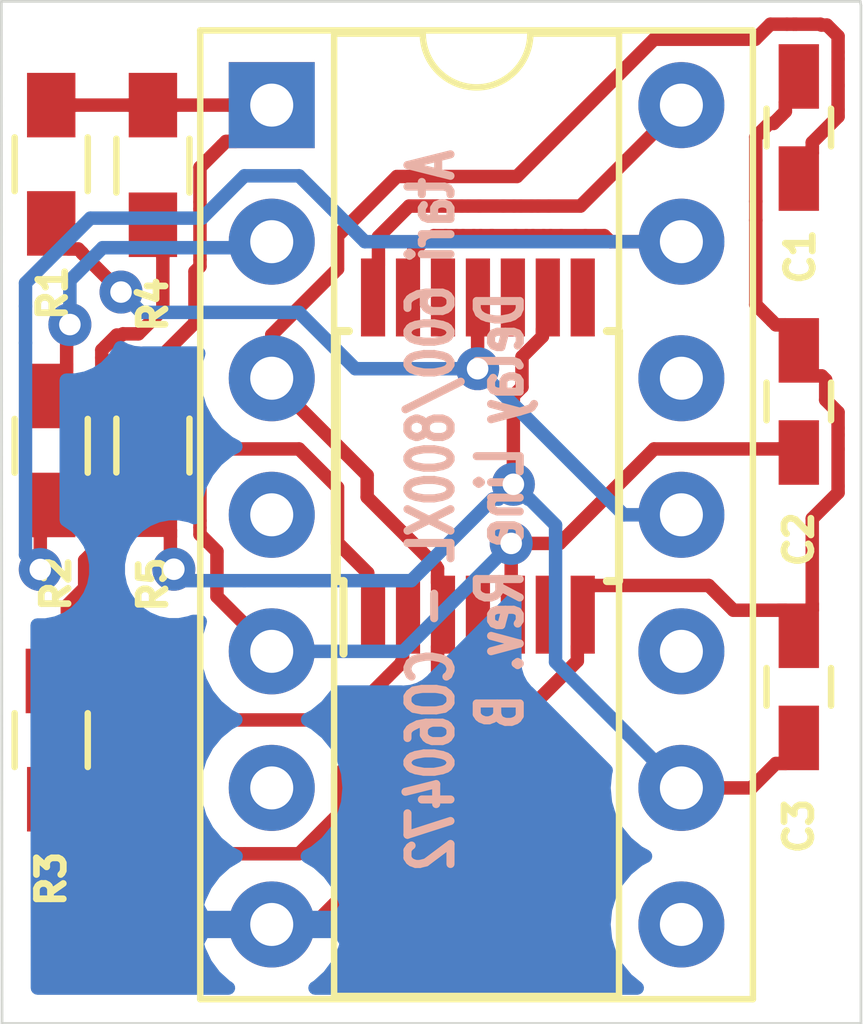
<source format=kicad_pcb>
(kicad_pcb (version 20171130) (host pcbnew "(5.1.4)-1")

  (general
    (thickness 1.6)
    (drawings 7)
    (tracks 312)
    (zones 0)
    (modules 10)
    (nets 15)
  )

  (page A4)
  (layers
    (0 F.Cu signal)
    (31 B.Cu signal)
    (32 B.Adhes user)
    (33 F.Adhes user)
    (34 B.Paste user)
    (35 F.Paste user)
    (36 B.SilkS user)
    (37 F.SilkS user)
    (38 B.Mask user)
    (39 F.Mask user)
    (40 Dwgs.User user)
    (41 Cmts.User user)
    (42 Eco1.User user)
    (43 Eco2.User user)
    (44 Edge.Cuts user)
    (45 Margin user)
    (46 B.CrtYd user)
    (47 F.CrtYd user)
    (48 B.Fab user)
    (49 F.Fab user)
  )

  (setup
    (last_trace_width 0.25)
    (trace_clearance 0.2)
    (zone_clearance 0.508)
    (zone_45_only no)
    (trace_min 0.2)
    (via_size 0.8)
    (via_drill 0.4)
    (via_min_size 0.4)
    (via_min_drill 0.3)
    (uvia_size 0.3)
    (uvia_drill 0.1)
    (uvias_allowed no)
    (uvia_min_size 0.2)
    (uvia_min_drill 0.1)
    (edge_width 0.05)
    (segment_width 0.2)
    (pcb_text_width 0.3)
    (pcb_text_size 1.5 1.5)
    (mod_edge_width 0.12)
    (mod_text_size 1 1)
    (mod_text_width 0.15)
    (pad_size 1.6 1.6)
    (pad_drill 0.8)
    (pad_to_mask_clearance 0.051)
    (solder_mask_min_width 0.25)
    (aux_axis_origin 0 0)
    (visible_elements 7FFFFFFF)
    (pcbplotparams
      (layerselection 0x010fc_ffffffff)
      (usegerberextensions false)
      (usegerberattributes false)
      (usegerberadvancedattributes false)
      (creategerberjobfile false)
      (excludeedgelayer true)
      (linewidth 0.100000)
      (plotframeref false)
      (viasonmask false)
      (mode 1)
      (useauxorigin false)
      (hpglpennumber 1)
      (hpglpenspeed 20)
      (hpglpendiameter 15.000000)
      (psnegative false)
      (psa4output false)
      (plotreference true)
      (plotvalue true)
      (plotinvisibletext false)
      (padsonsilk false)
      (subtractmaskfromsilk false)
      (outputformat 1)
      (mirror false)
      (drillshape 0)
      (scaleselection 1)
      (outputdirectory "Gerbers/"))
  )

  (net 0 "")
  (net 1 GND)
  (net 2 "Net-(C1-Pad1)")
  (net 3 "Net-(C2-Pad1)")
  (net 4 "Net-(C3-Pad1)")
  (net 5 "Net-(R1-Pad2)")
  (net 6 "Net-(R1-Pad1)")
  (net 7 "Net-(R2-Pad2)")
  (net 8 "Net-(R2-Pad1)")
  (net 9 "Net-(U13-Pad6)")
  (net 10 "Net-(U13-Pad12)")
  (net 11 "Net-(U13-Pad4)")
  (net 12 "Net-(U13-Pad10)")
  (net 13 "Net-(U13-Pad8)")
  (net 14 +5V)

  (net_class Default "Dit is de standaard class."
    (clearance 0.2)
    (trace_width 0.25)
    (via_dia 0.8)
    (via_drill 0.4)
    (uvia_dia 0.3)
    (uvia_drill 0.1)
    (add_net +5V)
    (add_net GND)
    (add_net "Net-(C1-Pad1)")
    (add_net "Net-(C2-Pad1)")
    (add_net "Net-(C3-Pad1)")
    (add_net "Net-(R1-Pad1)")
    (add_net "Net-(R1-Pad2)")
    (add_net "Net-(R2-Pad1)")
    (add_net "Net-(R2-Pad2)")
    (add_net "Net-(U13-Pad10)")
    (add_net "Net-(U13-Pad12)")
    (add_net "Net-(U13-Pad4)")
    (add_net "Net-(U13-Pad6)")
    (add_net "Net-(U13-Pad8)")
  )

  (module Housings_DIP:DIP-14_W7.62mm_Socket (layer F.Cu) (tedit 5FC2CF5E) (tstamp 5FC2CD03)
    (at 134.493 68.7832)
    (descr "14-lead though-hole mounted DIP package, row spacing 7.62 mm (300 mils), Socket")
    (tags "THT DIP DIL PDIP 2.54mm 7.62mm 300mil Socket")
    (fp_text reference REF** (at 3.81 -2.33) (layer F.SilkS) hide
      (effects (font (size 1 1) (thickness 0.15)))
    )
    (fp_text value DIP-14_W7.62mm_Socket (at 3.81 17.57) (layer F.Fab) hide
      (effects (font (size 1 1) (thickness 0.15)))
    )
    (fp_arc (start 3.81 -1.33) (end 2.81 -1.33) (angle -180) (layer F.SilkS) (width 0.12))
    (fp_line (start 1.635 -1.27) (end 6.985 -1.27) (layer F.Fab) (width 0.1))
    (fp_line (start 6.985 -1.27) (end 6.985 16.51) (layer F.Fab) (width 0.1))
    (fp_line (start 6.985 16.51) (end 0.635 16.51) (layer F.Fab) (width 0.1))
    (fp_line (start 0.635 16.51) (end 0.635 -0.27) (layer F.Fab) (width 0.1))
    (fp_line (start 0.635 -0.27) (end 1.635 -1.27) (layer F.Fab) (width 0.1))
    (fp_line (start -1.27 -1.33) (end -1.27 16.57) (layer F.Fab) (width 0.1))
    (fp_line (start -1.27 16.57) (end 8.89 16.57) (layer F.Fab) (width 0.1))
    (fp_line (start 8.89 16.57) (end 8.89 -1.33) (layer F.Fab) (width 0.1))
    (fp_line (start 8.89 -1.33) (end -1.27 -1.33) (layer F.Fab) (width 0.1))
    (fp_line (start 2.81 -1.33) (end 1.16 -1.33) (layer F.SilkS) (width 0.12))
    (fp_line (start 1.16 -1.33) (end 1.16 16.57) (layer F.SilkS) (width 0.12))
    (fp_line (start 1.16 16.57) (end 6.46 16.57) (layer F.SilkS) (width 0.12))
    (fp_line (start 6.46 16.57) (end 6.46 -1.33) (layer F.SilkS) (width 0.12))
    (fp_line (start 6.46 -1.33) (end 4.81 -1.33) (layer F.SilkS) (width 0.12))
    (fp_line (start -1.33 -1.39) (end -1.33 16.63) (layer F.SilkS) (width 0.12))
    (fp_line (start -1.33 16.63) (end 8.95 16.63) (layer F.SilkS) (width 0.12))
    (fp_line (start 8.95 16.63) (end 8.95 -1.39) (layer F.SilkS) (width 0.12))
    (fp_line (start 8.95 -1.39) (end -1.33 -1.39) (layer F.SilkS) (width 0.12))
    (fp_line (start -1.55 -1.6) (end -1.55 16.85) (layer F.CrtYd) (width 0.05))
    (fp_line (start -1.55 16.85) (end 9.15 16.85) (layer F.CrtYd) (width 0.05))
    (fp_line (start 9.15 16.85) (end 9.15 -1.6) (layer F.CrtYd) (width 0.05))
    (fp_line (start 9.15 -1.6) (end -1.55 -1.6) (layer F.CrtYd) (width 0.05))
    (fp_text user %R (at 3.81 7.62) (layer F.Fab) hide
      (effects (font (size 1 1) (thickness 0.15)))
    )
    (pad 1 thru_hole rect (at 0 0) (size 1.6 1.6) (drill 0.8) (layers *.Cu *.Mask)
      (net 5 "Net-(R1-Pad2)"))
    (pad 8 thru_hole oval (at 7.62 15.24) (size 1.6 1.6) (drill 0.8) (layers *.Cu *.Mask))
    (pad 2 thru_hole oval (at 0 2.54) (size 1.6 1.6) (drill 0.8) (layers *.Cu *.Mask)
      (net 7 "Net-(R2-Pad2)"))
    (pad 9 thru_hole oval (at 7.62 12.7) (size 1.6 1.6) (drill 0.8) (layers *.Cu *.Mask)
      (net 4 "Net-(C3-Pad1)"))
    (pad 3 thru_hole oval (at 0 5.08) (size 1.6 1.6) (drill 0.8) (layers *.Cu *.Mask)
      (net 2 "Net-(C1-Pad1)"))
    (pad 10 thru_hole oval (at 7.62 10.16) (size 1.6 1.6) (drill 0.8) (layers *.Cu *.Mask))
    (pad 4 thru_hole oval (at 0 7.62) (size 1.6 1.6) (drill 0.8) (layers *.Cu *.Mask))
    (pad 11 thru_hole oval (at 7.62 7.62) (size 1.6 1.6) (drill 0.8) (layers *.Cu *.Mask)
      (net 6 "Net-(R1-Pad1)"))
    (pad 5 thru_hole oval (at 0 10.16) (size 1.6 1.6) (drill 0.8) (layers *.Cu *.Mask)
      (net 3 "Net-(C2-Pad1)"))
    (pad 12 thru_hole oval (at 7.62 5.08) (size 1.6 1.6) (drill 0.8) (layers *.Cu *.Mask))
    (pad 6 thru_hole oval (at 0 12.7) (size 1.6 1.6) (drill 0.8) (layers *.Cu *.Mask))
    (pad 13 thru_hole oval (at 7.62 2.54) (size 1.6 1.6) (drill 0.8) (layers *.Cu *.Mask)
      (net 8 "Net-(R2-Pad1)"))
    (pad 7 thru_hole oval (at 0 15.24) (size 1.6 1.6) (drill 0.8) (layers *.Cu *.Mask)
      (net 1 GND))
    (pad 14 thru_hole oval (at 7.62 0) (size 1.6 1.6) (drill 0.8) (layers *.Cu *.Mask)
      (net 14 +5V))
    (model ${KISYS3DMOD}/Housings_DIP.3dshapes/DIP-14_W7.62mm_Socket.wrl
      (at (xyz 0 0 0))
      (scale (xyz 1 1 1))
      (rotate (xyz 0 0 0))
    )
  )

  (module Capacitors_SMD:C_0603_HandSoldering (layer F.Cu) (tedit 5FB07096) (tstamp 5F9A0D54)
    (at 144.297 69.1998 90)
    (descr "Capacitor SMD 0603, hand soldering")
    (tags "capacitor 0603")
    (path /5F9A8D8C)
    (attr smd)
    (fp_text reference C1 (at -2.4028 0.0254 90) (layer F.SilkS)
      (effects (font (size 0.5 0.5) (thickness 0.125)))
    )
    (fp_text value 1nF (at 0 1.5 90) (layer F.Fab) hide
      (effects (font (size 1 1) (thickness 0.15)))
    )
    (fp_line (start 1.8 0.65) (end -1.8 0.65) (layer F.CrtYd) (width 0.05))
    (fp_line (start 1.8 0.65) (end 1.8 -0.65) (layer F.CrtYd) (width 0.05))
    (fp_line (start -1.8 -0.65) (end -1.8 0.65) (layer F.CrtYd) (width 0.05))
    (fp_line (start -1.8 -0.65) (end 1.8 -0.65) (layer F.CrtYd) (width 0.05))
    (fp_line (start 0.35 0.6) (end -0.35 0.6) (layer F.SilkS) (width 0.12))
    (fp_line (start -0.35 -0.6) (end 0.35 -0.6) (layer F.SilkS) (width 0.12))
    (fp_line (start -0.8 -0.4) (end 0.8 -0.4) (layer F.Fab) (width 0.1))
    (fp_line (start 0.8 -0.4) (end 0.8 0.4) (layer F.Fab) (width 0.1))
    (fp_line (start 0.8 0.4) (end -0.8 0.4) (layer F.Fab) (width 0.1))
    (fp_line (start -0.8 0.4) (end -0.8 -0.4) (layer F.Fab) (width 0.1))
    (fp_text user %R (at 0.127 -1.27 90) (layer F.Fab) hide
      (effects (font (size 1 1) (thickness 0.15)))
    )
    (pad 2 smd rect (at 0.95 0 90) (size 1.2 0.75) (layers F.Cu F.Paste F.Mask)
      (net 1 GND))
    (pad 1 smd rect (at -0.95 0 90) (size 1.2 0.75) (layers F.Cu F.Paste F.Mask)
      (net 2 "Net-(C1-Pad1)"))
    (model Capacitors_SMD.3dshapes/C_0603.wrl
      (at (xyz 0 0 0))
      (scale (xyz 1 1 1))
      (rotate (xyz 0 0 0))
    )
  )

  (module Capacitors_SMD:C_0603_HandSoldering (layer F.Cu) (tedit 58AA848B) (tstamp 5F9A0D65)
    (at 144.297 74.295 90)
    (descr "Capacitor SMD 0603, hand soldering")
    (tags "capacitor 0603")
    (path /5F9AC96C)
    (attr smd)
    (fp_text reference C2 (at -2.5654 0 90) (layer F.SilkS)
      (effects (font (size 0.5 0.5) (thickness 0.125)))
    )
    (fp_text value 150pF (at 0 1.5 90) (layer F.Fab) hide
      (effects (font (size 1 1) (thickness 0.15)))
    )
    (fp_text user %R (at 0 -2.286 90) (layer F.Fab) hide
      (effects (font (size 1 1) (thickness 0.15)))
    )
    (fp_line (start -0.8 0.4) (end -0.8 -0.4) (layer F.Fab) (width 0.1))
    (fp_line (start 0.8 0.4) (end -0.8 0.4) (layer F.Fab) (width 0.1))
    (fp_line (start 0.8 -0.4) (end 0.8 0.4) (layer F.Fab) (width 0.1))
    (fp_line (start -0.8 -0.4) (end 0.8 -0.4) (layer F.Fab) (width 0.1))
    (fp_line (start -0.35 -0.6) (end 0.35 -0.6) (layer F.SilkS) (width 0.12))
    (fp_line (start 0.35 0.6) (end -0.35 0.6) (layer F.SilkS) (width 0.12))
    (fp_line (start -1.8 -0.65) (end 1.8 -0.65) (layer F.CrtYd) (width 0.05))
    (fp_line (start -1.8 -0.65) (end -1.8 0.65) (layer F.CrtYd) (width 0.05))
    (fp_line (start 1.8 0.65) (end 1.8 -0.65) (layer F.CrtYd) (width 0.05))
    (fp_line (start 1.8 0.65) (end -1.8 0.65) (layer F.CrtYd) (width 0.05))
    (pad 1 smd rect (at -0.95 0 90) (size 1.2 0.75) (layers F.Cu F.Paste F.Mask)
      (net 3 "Net-(C2-Pad1)"))
    (pad 2 smd rect (at 0.95 0 90) (size 1.2 0.75) (layers F.Cu F.Paste F.Mask)
      (net 1 GND))
    (model Capacitors_SMD.3dshapes/C_0603.wrl
      (at (xyz 0 0 0))
      (scale (xyz 1 1 1))
      (rotate (xyz 0 0 0))
    )
  )

  (module Capacitors_SMD:C_0603_HandSoldering (layer F.Cu) (tedit 58AA848B) (tstamp 5F9A0D76)
    (at 144.297 79.6036 90)
    (descr "Capacitor SMD 0603, hand soldering")
    (tags "capacitor 0603")
    (path /5F9B2378)
    (attr smd)
    (fp_text reference C3 (at -2.5908 0 90) (layer F.SilkS)
      (effects (font (size 0.5 0.5) (thickness 0.125)))
    )
    (fp_text value 30pF (at 0 1.5 90) (layer F.Fab) hide
      (effects (font (size 1 1) (thickness 0.15)))
    )
    (fp_line (start 1.8 0.65) (end -1.8 0.65) (layer F.CrtYd) (width 0.05))
    (fp_line (start 1.8 0.65) (end 1.8 -0.65) (layer F.CrtYd) (width 0.05))
    (fp_line (start -1.8 -0.65) (end -1.8 0.65) (layer F.CrtYd) (width 0.05))
    (fp_line (start -1.8 -0.65) (end 1.8 -0.65) (layer F.CrtYd) (width 0.05))
    (fp_line (start 0.35 0.6) (end -0.35 0.6) (layer F.SilkS) (width 0.12))
    (fp_line (start -0.35 -0.6) (end 0.35 -0.6) (layer F.SilkS) (width 0.12))
    (fp_line (start -0.8 -0.4) (end 0.8 -0.4) (layer F.Fab) (width 0.1))
    (fp_line (start 0.8 -0.4) (end 0.8 0.4) (layer F.Fab) (width 0.1))
    (fp_line (start 0.8 0.4) (end -0.8 0.4) (layer F.Fab) (width 0.1))
    (fp_line (start -0.8 0.4) (end -0.8 -0.4) (layer F.Fab) (width 0.1))
    (fp_text user %R (at -0.102001 -1.448001 90) (layer F.Fab) hide
      (effects (font (size 1 1) (thickness 0.15)))
    )
    (pad 2 smd rect (at 0.95 0 90) (size 1.2 0.75) (layers F.Cu F.Paste F.Mask)
      (net 1 GND))
    (pad 1 smd rect (at -0.95 0 90) (size 1.2 0.75) (layers F.Cu F.Paste F.Mask)
      (net 4 "Net-(C3-Pad1)"))
    (model Capacitors_SMD.3dshapes/C_0603.wrl
      (at (xyz 0 0 0))
      (scale (xyz 1 1 1))
      (rotate (xyz 0 0 0))
    )
  )

  (module Resistors_SMD:R_0603_HandSoldering (layer F.Cu) (tedit 58E0A804) (tstamp 5F9A0D87)
    (at 130.391 69.8832 90)
    (descr "Resistor SMD 0603, hand soldering")
    (tags "resistor 0603")
    (path /5F9A3798)
    (attr smd)
    (fp_text reference R1 (at -2.3925 0.0254 90) (layer F.SilkS)
      (effects (font (size 0.5 0.5) (thickness 0.125)))
    )
    (fp_text value 120 (at 0 1.55 90) (layer F.Fab) hide
      (effects (font (size 1 1) (thickness 0.15)))
    )
    (fp_line (start 1.95 0.7) (end -1.96 0.7) (layer F.CrtYd) (width 0.05))
    (fp_line (start 1.95 0.7) (end 1.95 -0.7) (layer F.CrtYd) (width 0.05))
    (fp_line (start -1.96 -0.7) (end -1.96 0.7) (layer F.CrtYd) (width 0.05))
    (fp_line (start -1.96 -0.7) (end 1.95 -0.7) (layer F.CrtYd) (width 0.05))
    (fp_line (start -0.5 -0.68) (end 0.5 -0.68) (layer F.SilkS) (width 0.12))
    (fp_line (start 0.5 0.68) (end -0.5 0.68) (layer F.SilkS) (width 0.12))
    (fp_line (start -0.8 -0.4) (end 0.8 -0.4) (layer F.Fab) (width 0.1))
    (fp_line (start 0.8 -0.4) (end 0.8 0.4) (layer F.Fab) (width 0.1))
    (fp_line (start 0.8 0.4) (end -0.8 0.4) (layer F.Fab) (width 0.1))
    (fp_line (start -0.8 0.4) (end -0.8 -0.4) (layer F.Fab) (width 0.1))
    (fp_text user %R (at 0 0 90) (layer F.Fab)
      (effects (font (size 0.4 0.4) (thickness 0.075)))
    )
    (pad 2 smd rect (at 1.1 0 90) (size 1.2 0.9) (layers F.Cu F.Paste F.Mask)
      (net 5 "Net-(R1-Pad2)"))
    (pad 1 smd rect (at -1.1 0 90) (size 1.2 0.9) (layers F.Cu F.Paste F.Mask)
      (net 6 "Net-(R1-Pad1)"))
    (model ${KISYS3DMOD}/Resistors_SMD.3dshapes/R_0603.wrl
      (at (xyz 0 0 0))
      (scale (xyz 1 1 1))
      (rotate (xyz 0 0 0))
    )
  )

  (module Resistors_SMD:R_0603_HandSoldering (layer F.Cu) (tedit 5FB06F73) (tstamp 5F9A0D98)
    (at 130.391 75.1205 90)
    (descr "Resistor SMD 0603, hand soldering")
    (tags "resistor 0603")
    (path /5F9A6245)
    (attr smd)
    (fp_text reference R2 (at -2.5654 0.0889 90) (layer F.SilkS)
      (effects (font (size 0.5 0.5) (thickness 0.125)))
    )
    (fp_text value 100 (at 0 1.55 90) (layer F.Fab) hide
      (effects (font (size 1 1) (thickness 0.15)))
    )
    (fp_line (start 1.95 0.7) (end -1.96 0.7) (layer F.CrtYd) (width 0.05))
    (fp_line (start 1.95 0.7) (end 1.95 -0.7) (layer F.CrtYd) (width 0.05))
    (fp_line (start -1.96 -0.7) (end -1.96 0.7) (layer F.CrtYd) (width 0.05))
    (fp_line (start -1.96 -0.7) (end 1.95 -0.7) (layer F.CrtYd) (width 0.05))
    (fp_line (start -0.5 -0.68) (end 0.5 -0.68) (layer F.SilkS) (width 0.12))
    (fp_line (start 0.5 0.68) (end -0.5 0.68) (layer F.SilkS) (width 0.12))
    (fp_line (start -0.8 -0.4) (end 0.8 -0.4) (layer F.Fab) (width 0.1))
    (fp_line (start 0.8 -0.4) (end 0.8 0.4) (layer F.Fab) (width 0.1))
    (fp_line (start 0.8 0.4) (end -0.8 0.4) (layer F.Fab) (width 0.1))
    (fp_line (start -0.8 0.4) (end -0.8 -0.4) (layer F.Fab) (width 0.1))
    (fp_text user %R (at 0 0 90) (layer F.Fab)
      (effects (font (size 0.4 0.4) (thickness 0.075)))
    )
    (pad 2 smd rect (at 0.9271 -0.0381 90) (size 1.2 0.9) (layers F.Cu F.Paste F.Mask)
      (net 7 "Net-(R2-Pad2)"))
    (pad 1 smd rect (at -1.1 0 90) (size 1.2 0.9) (layers F.Cu F.Paste F.Mask)
      (net 8 "Net-(R2-Pad1)"))
    (model ${KISYS3DMOD}/Resistors_SMD.3dshapes/R_0603.wrl
      (at (xyz 0 0 0))
      (scale (xyz 1 1 1))
      (rotate (xyz 0 0 0))
    )
  )

  (module Resistors_SMD:R_0603_HandSoldering (layer F.Cu) (tedit 5FB06FAC) (tstamp 5F9A0DA9)
    (at 130.391 80.5942 90)
    (descr "Resistor SMD 0603, hand soldering")
    (tags "resistor 0603")
    (path /5F9A4D4F)
    (attr smd)
    (fp_text reference R3 (at -2.583 0 90) (layer F.SilkS)
      (effects (font (size 0.5 0.5) (thickness 0.125)))
    )
    (fp_text value 120 (at 0 1.55 90) (layer F.Fab) hide
      (effects (font (size 1 1) (thickness 0.15)))
    )
    (fp_text user %R (at 0 0 90) (layer F.Fab)
      (effects (font (size 0.4 0.4) (thickness 0.075)))
    )
    (fp_line (start -0.8 0.4) (end -0.8 -0.4) (layer F.Fab) (width 0.1))
    (fp_line (start 0.8 0.4) (end -0.8 0.4) (layer F.Fab) (width 0.1))
    (fp_line (start 0.8 -0.4) (end 0.8 0.4) (layer F.Fab) (width 0.1))
    (fp_line (start -0.8 -0.4) (end 0.8 -0.4) (layer F.Fab) (width 0.1))
    (fp_line (start 0.5 0.68) (end -0.5 0.68) (layer F.SilkS) (width 0.12))
    (fp_line (start -0.5 -0.68) (end 0.5 -0.68) (layer F.SilkS) (width 0.12))
    (fp_line (start -1.96 -0.7) (end 1.95 -0.7) (layer F.CrtYd) (width 0.05))
    (fp_line (start -1.96 -0.7) (end -1.96 0.7) (layer F.CrtYd) (width 0.05))
    (fp_line (start 1.95 0.7) (end 1.95 -0.7) (layer F.CrtYd) (width 0.05))
    (fp_line (start 1.95 0.7) (end -1.96 0.7) (layer F.CrtYd) (width 0.05))
    (pad 1 smd rect (at -1.1 0 90) (size 1.2 0.9) (layers F.Cu F.Paste F.Mask)
      (net 2 "Net-(C1-Pad1)"))
    (pad 2 smd rect (at 1.1 -0.0254 90) (size 1.2 0.9) (layers F.Cu F.Paste F.Mask)
      (net 7 "Net-(R2-Pad2)"))
    (model ${KISYS3DMOD}/Resistors_SMD.3dshapes/R_0603.wrl
      (at (xyz 0 0 0))
      (scale (xyz 1 1 1))
      (rotate (xyz 0 0 0))
    )
  )

  (module Resistors_SMD:R_0603_HandSoldering (layer F.Cu) (tedit 5FB087C4) (tstamp 5F9A0DBA)
    (at 132.283 69.9086 90)
    (descr "Resistor SMD 0603, hand soldering")
    (tags "resistor 0603")
    (path /5F9AA465)
    (attr smd)
    (fp_text reference R4 (at -2.583 0 90) (layer F.SilkS)
      (effects (font (size 0.5 0.5) (thickness 0.125)))
    )
    (fp_text value 270 (at 0 1.55 90) (layer F.Fab) hide
      (effects (font (size 1 1) (thickness 0.15)))
    )
    (fp_text user %R (at 0 0 90) (layer F.Fab)
      (effects (font (size 0.4 0.4) (thickness 0.075)))
    )
    (fp_line (start -0.8 0.4) (end -0.8 -0.4) (layer F.Fab) (width 0.1))
    (fp_line (start 0.8 0.4) (end -0.8 0.4) (layer F.Fab) (width 0.1))
    (fp_line (start 0.8 -0.4) (end 0.8 0.4) (layer F.Fab) (width 0.1))
    (fp_line (start -0.8 -0.4) (end 0.8 -0.4) (layer F.Fab) (width 0.1))
    (fp_line (start 0.5 0.68) (end -0.5 0.68) (layer F.SilkS) (width 0.12))
    (fp_line (start -0.5 -0.68) (end 0.5 -0.68) (layer F.SilkS) (width 0.12))
    (fp_line (start -1.96 -0.7) (end 1.95 -0.7) (layer F.CrtYd) (width 0.05))
    (fp_line (start -1.96 -0.7) (end -1.96 0.7) (layer F.CrtYd) (width 0.05))
    (fp_line (start 1.95 0.7) (end 1.95 -0.7) (layer F.CrtYd) (width 0.05))
    (fp_line (start 1.95 0.7) (end -1.96 0.7) (layer F.CrtYd) (width 0.05))
    (pad 1 smd rect (at -1.1 0 90) (size 1.2 0.9) (layers F.Cu F.Paste F.Mask)
      (net 3 "Net-(C2-Pad1)"))
    (pad 2 smd rect (at 1.1254 0 90) (size 1.2 0.9) (layers F.Cu F.Paste F.Mask)
      (net 5 "Net-(R1-Pad2)"))
    (model ${KISYS3DMOD}/Resistors_SMD.3dshapes/R_0603.wrl
      (at (xyz 0 0 0))
      (scale (xyz 1 1 1))
      (rotate (xyz 0 0 0))
    )
  )

  (module Resistors_SMD:R_0603_HandSoldering (layer F.Cu) (tedit 5FB08847) (tstamp 5F9A0DCB)
    (at 132.283 75.1156 90)
    (descr "Resistor SMD 0603, hand soldering")
    (tags "resistor 0603")
    (path /5F9ADF95)
    (attr smd)
    (fp_text reference R5 (at -2.583 0 90) (layer F.SilkS)
      (effects (font (size 0.5 0.5) (thickness 0.125)))
    )
    (fp_text value 620 (at 0 1.55 90) (layer F.Fab) hide
      (effects (font (size 1 1) (thickness 0.15)))
    )
    (fp_line (start 1.95 0.7) (end -1.96 0.7) (layer F.CrtYd) (width 0.05))
    (fp_line (start 1.95 0.7) (end 1.95 -0.7) (layer F.CrtYd) (width 0.05))
    (fp_line (start -1.96 -0.7) (end -1.96 0.7) (layer F.CrtYd) (width 0.05))
    (fp_line (start -1.96 -0.7) (end 1.95 -0.7) (layer F.CrtYd) (width 0.05))
    (fp_line (start -0.5 -0.68) (end 0.5 -0.68) (layer F.SilkS) (width 0.12))
    (fp_line (start 0.5 0.68) (end -0.5 0.68) (layer F.SilkS) (width 0.12))
    (fp_line (start -0.8 -0.4) (end 0.8 -0.4) (layer F.Fab) (width 0.1))
    (fp_line (start 0.8 -0.4) (end 0.8 0.4) (layer F.Fab) (width 0.1))
    (fp_line (start 0.8 0.4) (end -0.8 0.4) (layer F.Fab) (width 0.1))
    (fp_line (start -0.8 0.4) (end -0.8 -0.4) (layer F.Fab) (width 0.1))
    (fp_text user %R (at 0 0 90) (layer F.Fab)
      (effects (font (size 0.4 0.4) (thickness 0.075)))
    )
    (pad 2 smd rect (at 1.1 -0.0762 90) (size 1.2 0.9) (layers F.Cu F.Paste F.Mask)
      (net 5 "Net-(R1-Pad2)"))
    (pad 1 smd rect (at -1.1 0 90) (size 1.2 0.9) (layers F.Cu F.Paste F.Mask)
      (net 4 "Net-(C3-Pad1)"))
    (model ${KISYS3DMOD}/Resistors_SMD.3dshapes/R_0603.wrl
      (at (xyz 0 0 0))
      (scale (xyz 1 1 1))
      (rotate (xyz 0 0 0))
    )
  )

  (module Housings_SSOP:TSSOP-14_4.4x5mm_Pitch0.65mm (layer F.Cu) (tedit 54130A77) (tstamp 5FC2CC6E)
    (at 138.328 75.311 90)
    (descr "14-Lead Plastic Thin Shrink Small Outline (ST)-4.4 mm Body [TSSOP] (see Microchip Packaging Specification 00000049BS.pdf)")
    (tags "SSOP 0.65")
    (path /5F9A089C)
    (attr smd)
    (fp_text reference U13 (at 0 -3.55 90) (layer F.SilkS) hide
      (effects (font (size 1 1) (thickness 0.15)))
    )
    (fp_text value 74LS14 (at 0 3.55 90) (layer F.Fab) hide
      (effects (font (size 1 1) (thickness 0.15)))
    )
    (fp_text user %R (at 0 0 90) (layer F.Fab)
      (effects (font (size 0.8 0.8) (thickness 0.15)))
    )
    (fp_line (start -2.325 -2.5) (end -3.675 -2.5) (layer F.SilkS) (width 0.15))
    (fp_line (start -2.325 2.625) (end 2.325 2.625) (layer F.SilkS) (width 0.15))
    (fp_line (start -2.325 -2.625) (end 2.325 -2.625) (layer F.SilkS) (width 0.15))
    (fp_line (start -2.325 2.625) (end -2.325 2.4) (layer F.SilkS) (width 0.15))
    (fp_line (start 2.325 2.625) (end 2.325 2.4) (layer F.SilkS) (width 0.15))
    (fp_line (start 2.325 -2.625) (end 2.325 -2.4) (layer F.SilkS) (width 0.15))
    (fp_line (start -2.325 -2.625) (end -2.325 -2.5) (layer F.SilkS) (width 0.15))
    (fp_line (start -3.95 2.8) (end 3.95 2.8) (layer F.CrtYd) (width 0.05))
    (fp_line (start -3.95 -2.8) (end 3.95 -2.8) (layer F.CrtYd) (width 0.05))
    (fp_line (start 3.95 -2.8) (end 3.95 2.8) (layer F.CrtYd) (width 0.05))
    (fp_line (start -3.95 -2.8) (end -3.95 2.8) (layer F.CrtYd) (width 0.05))
    (fp_line (start -2.2 -1.5) (end -1.2 -2.5) (layer F.Fab) (width 0.15))
    (fp_line (start -2.2 2.5) (end -2.2 -1.5) (layer F.Fab) (width 0.15))
    (fp_line (start 2.2 2.5) (end -2.2 2.5) (layer F.Fab) (width 0.15))
    (fp_line (start 2.2 -2.5) (end 2.2 2.5) (layer F.Fab) (width 0.15))
    (fp_line (start -1.2 -2.5) (end 2.2 -2.5) (layer F.Fab) (width 0.15))
    (pad 14 smd rect (at 2.95 -1.95 90) (size 1.45 0.45) (layers F.Cu F.Paste F.Mask)
      (net 14 +5V))
    (pad 13 smd rect (at 2.95 -1.3 90) (size 1.45 0.45) (layers F.Cu F.Paste F.Mask)
      (net 8 "Net-(R2-Pad1)"))
    (pad 12 smd rect (at 2.95 -0.65 90) (size 1.45 0.45) (layers F.Cu F.Paste F.Mask)
      (net 10 "Net-(U13-Pad12)"))
    (pad 11 smd rect (at 2.95 0 90) (size 1.45 0.45) (layers F.Cu F.Paste F.Mask)
      (net 6 "Net-(R1-Pad1)"))
    (pad 10 smd rect (at 2.95 0.65 90) (size 1.45 0.45) (layers F.Cu F.Paste F.Mask)
      (net 12 "Net-(U13-Pad10)"))
    (pad 9 smd rect (at 2.95 1.3 90) (size 1.45 0.45) (layers F.Cu F.Paste F.Mask)
      (net 4 "Net-(C3-Pad1)"))
    (pad 8 smd rect (at 2.95 1.95 90) (size 1.45 0.45) (layers F.Cu F.Paste F.Mask)
      (net 13 "Net-(U13-Pad8)"))
    (pad 7 smd rect (at -2.95 1.95 90) (size 1.45 0.45) (layers F.Cu F.Paste F.Mask)
      (net 1 GND))
    (pad 6 smd rect (at -2.95 1.3 90) (size 1.45 0.45) (layers F.Cu F.Paste F.Mask)
      (net 9 "Net-(U13-Pad6)"))
    (pad 5 smd rect (at -2.95 0.65 90) (size 1.45 0.45) (layers F.Cu F.Paste F.Mask)
      (net 3 "Net-(C2-Pad1)"))
    (pad 4 smd rect (at -2.95 0 90) (size 1.45 0.45) (layers F.Cu F.Paste F.Mask)
      (net 11 "Net-(U13-Pad4)"))
    (pad 3 smd rect (at -2.95 -0.65 90) (size 1.45 0.45) (layers F.Cu F.Paste F.Mask)
      (net 2 "Net-(C1-Pad1)"))
    (pad 2 smd rect (at -2.95 -1.3 90) (size 1.45 0.45) (layers F.Cu F.Paste F.Mask)
      (net 7 "Net-(R2-Pad2)"))
    (pad 1 smd rect (at -2.95 -1.95 90) (size 1.45 0.45) (layers F.Cu F.Paste F.Mask)
      (net 5 "Net-(R1-Pad2)"))
    (model ${KISYS3DMOD}/Housings_SSOP.3dshapes/TSSOP-14_4.4x5mm_Pitch0.65mm.wrl
      (at (xyz 0 0 0))
      (scale (xyz 1 1 1))
      (rotate (xyz 0 0 0))
    )
  )

  (gr_text "Atari 600/800XL - CO60472\nDelay Line Rev. B" (at 138.0998 76.327 90) (layer B.SilkS)
    (effects (font (size 0.8 0.6) (thickness 0.15)) (justify mirror))
  )
  (gr_line (start 145.4531 66.929) (end 145.4404 66.8528) (layer Edge.Cuts) (width 0.05) (tstamp 5FB0A396))
  (gr_line (start 129.4638 66.8528) (end 145.4404 66.8528) (layer Edge.Cuts) (width 0.05))
  (gr_line (start 129.4765 85.8647) (end 129.4638 66.8528) (layer Edge.Cuts) (width 0.05))
  (gr_line (start 145.4531 85.8647) (end 129.4765 85.8647) (layer Edge.Cuts) (width 0.05))
  (gr_line (start 145.4531 85.8139) (end 145.4531 85.8647) (layer Edge.Cuts) (width 0.05))
  (gr_line (start 145.4531 85.8139) (end 145.4531 66.929) (layer Edge.Cuts) (width 0.05) (tstamp 5FB09E23))

  (segment (start 144.297 78.6536) (end 144.547 78.1786) (width 0.25) (layer F.Cu) (net 1))
  (segment (start 144.547 78.1786) (end 144.547 78.0536) (width 0.25) (layer F.Cu) (net 1))
  (segment (start 144.547 78.0536) (end 144.547 76.4732) (width 0.25) (layer F.Cu) (net 1))
  (segment (start 144.547 76.4732) (end 145.0278 75.9924) (width 0.25) (layer F.Cu) (net 1))
  (segment (start 145.0278 75.9924) (end 145.0278 75.8674) (width 0.25) (layer F.Cu) (net 1))
  (segment (start 145.0278 75.8674) (end 145.0278 75.1789) (width 0.25) (layer F.Cu) (net 1))
  (segment (start 145.0278 75.1789) (end 145.0278 74.9174) (width 0.25) (layer F.Cu) (net 1))
  (segment (start 145.0278 74.9174) (end 145.0278 74.7924) (width 0.25) (layer F.Cu) (net 1))
  (segment (start 145.0278 74.7924) (end 145.0278 74.4976) (width 0.25) (layer F.Cu) (net 1))
  (segment (start 145.0278 74.4976) (end 144.797 74.2668) (width 0.25) (layer F.Cu) (net 1))
  (segment (start 144.797 74.2668) (end 144.797 73.8932) (width 0.25) (layer F.Cu) (net 1))
  (segment (start 144.797 73.8932) (end 144.7238 73.82) (width 0.25) (layer F.Cu) (net 1))
  (segment (start 144.7238 73.82) (end 144.672 73.82) (width 0.25) (layer F.Cu) (net 1))
  (segment (start 144.672 73.82) (end 144.547 73.82) (width 0.25) (layer F.Cu) (net 1))
  (segment (start 144.547 73.82) (end 144.297 73.345) (width 0.25) (layer F.Cu) (net 1))
  (segment (start 144.297 68.2498) (end 144.047 68.7248) (width 0.25) (layer F.Cu) (net 1))
  (segment (start 144.047 68.7248) (end 144.047 68.8498) (width 0.25) (layer F.Cu) (net 1))
  (segment (start 144.047 68.8498) (end 144.047 68.9016) (width 0.25) (layer F.Cu) (net 1))
  (segment (start 144.047 68.9016) (end 143.9738 68.9748) (width 0.25) (layer F.Cu) (net 1))
  (segment (start 143.9738 68.9748) (end 143.8239 69.1247) (width 0.25) (layer F.Cu) (net 1))
  (segment (start 143.8239 69.1247) (end 143.7459 69.1247) (width 0.25) (layer F.Cu) (net 1))
  (segment (start 143.7459 69.1247) (end 143.4969 69.3737) (width 0.25) (layer F.Cu) (net 1))
  (segment (start 143.4969 69.3737) (end 143.4969 70.5737) (width 0.25) (layer F.Cu) (net 1))
  (segment (start 143.4969 70.5737) (end 143.4969 70.9259) (width 0.25) (layer F.Cu) (net 1))
  (segment (start 143.4969 70.9259) (end 143.4969 72.4967) (width 0.25) (layer F.Cu) (net 1))
  (segment (start 143.4969 72.4967) (end 143.797 72.7968) (width 0.25) (layer F.Cu) (net 1))
  (segment (start 143.797 72.7968) (end 143.8702 72.87) (width 0.25) (layer F.Cu) (net 1))
  (segment (start 143.8702 72.87) (end 143.922 72.87) (width 0.25) (layer F.Cu) (net 1))
  (segment (start 143.922 72.87) (end 144.047 72.87) (width 0.25) (layer F.Cu) (net 1))
  (segment (start 144.047 72.87) (end 144.297 73.345) (width 0.25) (layer F.Cu) (net 1))
  (segment (start 140.278 78.261) (end 140.178 78.861) (width 0.25) (layer F.Cu) (net 1))
  (segment (start 140.178 78.861) (end 140.178 78.986) (width 0.25) (layer F.Cu) (net 1))
  (segment (start 140.178 78.986) (end 140.178 79.1206) (width 0.25) (layer F.Cu) (net 1))
  (segment (start 140.178 79.1206) (end 139.9876 79.311) (width 0.25) (layer F.Cu) (net 1))
  (segment (start 139.9876 79.311) (end 135.2754 84.0232) (width 0.25) (layer F.Cu) (net 1))
  (segment (start 135.2754 84.0232) (end 134.493 84.0232) (width 0.25) (layer F.Cu) (net 1))
  (segment (start 140.278 78.261) (end 140.378 77.7181) (width 0.25) (layer F.Cu) (net 1))
  (segment (start 140.378 77.7181) (end 140.503 77.7181) (width 0.25) (layer F.Cu) (net 1))
  (segment (start 140.503 77.7181) (end 142.6205 77.7181) (width 0.25) (layer F.Cu) (net 1))
  (segment (start 142.6205 77.7181) (end 143.081 78.1786) (width 0.25) (layer F.Cu) (net 1))
  (segment (start 143.081 78.1786) (end 143.922 78.1786) (width 0.25) (layer F.Cu) (net 1))
  (segment (start 143.922 78.1786) (end 144.047 78.1786) (width 0.25) (layer F.Cu) (net 1))
  (segment (start 144.047 78.1786) (end 144.297 78.6536) (width 0.25) (layer F.Cu) (net 1))
  (segment (start 137.678 78.261) (end 137.578 78.861) (width 0.25) (layer F.Cu) (net 2))
  (segment (start 137.578 78.861) (end 137.578 78.986) (width 0.25) (layer F.Cu) (net 2))
  (segment (start 137.578 78.986) (end 137.578 79.0378) (width 0.25) (layer F.Cu) (net 2))
  (segment (start 137.578 79.0378) (end 137.578 79.1206) (width 0.25) (layer F.Cu) (net 2))
  (segment (start 137.578 79.1206) (end 137.578 79.3899) (width 0.25) (layer F.Cu) (net 2))
  (segment (start 137.578 79.3899) (end 135.7181 81.2498) (width 0.25) (layer F.Cu) (net 2))
  (segment (start 135.7181 81.2498) (end 135.7181 81.9907) (width 0.25) (layer F.Cu) (net 2))
  (segment (start 135.7181 81.9907) (end 135.0005 82.7083) (width 0.25) (layer F.Cu) (net 2))
  (segment (start 135.0005 82.7083) (end 133.9855 82.7083) (width 0.25) (layer F.Cu) (net 2))
  (segment (start 133.9855 82.7083) (end 131.4319 82.7083) (width 0.25) (layer F.Cu) (net 2))
  (segment (start 131.4319 82.7083) (end 130.8928 82.1692) (width 0.25) (layer F.Cu) (net 2))
  (segment (start 130.8928 82.1692) (end 130.841 82.1692) (width 0.25) (layer F.Cu) (net 2))
  (segment (start 130.841 82.1692) (end 130.716 82.1692) (width 0.25) (layer F.Cu) (net 2))
  (segment (start 130.716 82.1692) (end 130.391 81.6942) (width 0.25) (layer F.Cu) (net 2))
  (segment (start 134.493 73.8632) (end 134.493 73.8927) (width 0.25) (layer F.Cu) (net 2))
  (segment (start 134.493 73.8927) (end 136.2682 75.6679) (width 0.25) (layer F.Cu) (net 2))
  (segment (start 136.2682 75.6679) (end 136.2682 76.075) (width 0.25) (layer F.Cu) (net 2))
  (segment (start 136.2682 76.075) (end 137.5531 77.3599) (width 0.25) (layer F.Cu) (net 2))
  (segment (start 137.5531 77.3599) (end 137.5531 77.3765) (width 0.25) (layer F.Cu) (net 2))
  (segment (start 137.5531 77.3765) (end 137.578 77.4014) (width 0.25) (layer F.Cu) (net 2))
  (segment (start 137.578 77.4014) (end 137.578 77.536) (width 0.25) (layer F.Cu) (net 2))
  (segment (start 137.578 77.536) (end 137.578 77.661) (width 0.25) (layer F.Cu) (net 2))
  (segment (start 137.578 77.661) (end 137.678 78.261) (width 0.25) (layer F.Cu) (net 2))
  (segment (start 144.297 70.1498) (end 144.547 69.6748) (width 0.25) (layer F.Cu) (net 2))
  (segment (start 144.547 69.6748) (end 144.547 69.5498) (width 0.25) (layer F.Cu) (net 2))
  (segment (start 144.547 69.5498) (end 144.547 69.478) (width 0.25) (layer F.Cu) (net 2))
  (segment (start 144.547 69.478) (end 145.0278 68.9972) (width 0.25) (layer F.Cu) (net 2))
  (segment (start 145.0278 68.9972) (end 145.0278 68.8722) (width 0.25) (layer F.Cu) (net 2))
  (segment (start 145.0278 68.8722) (end 145.0278 68.4184) (width 0.25) (layer F.Cu) (net 2))
  (segment (start 145.0278 68.4184) (end 145.0278 67.9222) (width 0.25) (layer F.Cu) (net 2))
  (segment (start 145.0278 67.9222) (end 145.0278 67.7972) (width 0.25) (layer F.Cu) (net 2))
  (segment (start 145.0278 67.7972) (end 145.0278 67.5024) (width 0.25) (layer F.Cu) (net 2))
  (segment (start 145.0278 67.5024) (end 144.8194 67.294) (width 0.25) (layer F.Cu) (net 2))
  (segment (start 144.8194 67.294) (end 144.717 67.294) (width 0.25) (layer F.Cu) (net 2))
  (segment (start 144.717 67.294) (end 144.701 67.278) (width 0.25) (layer F.Cu) (net 2))
  (segment (start 144.701 67.278) (end 144.2468 67.278) (width 0.25) (layer F.Cu) (net 2))
  (segment (start 144.2468 67.278) (end 144.201 67.278) (width 0.25) (layer F.Cu) (net 2))
  (segment (start 144.201 67.278) (end 144.076 67.278) (width 0.25) (layer F.Cu) (net 2))
  (segment (start 144.076 67.278) (end 143.768 67.278) (width 0.25) (layer F.Cu) (net 2))
  (segment (start 143.768 67.278) (end 143.4879 67.5581) (width 0.25) (layer F.Cu) (net 2))
  (segment (start 143.4879 67.5581) (end 141.6055 67.5581) (width 0.25) (layer F.Cu) (net 2))
  (segment (start 141.6055 67.5581) (end 139.0529 70.1107) (width 0.25) (layer F.Cu) (net 2))
  (segment (start 139.0529 70.1107) (end 136.8212 70.1107) (width 0.25) (layer F.Cu) (net 2))
  (segment (start 136.8212 70.1107) (end 135.9277 71.0042) (width 0.25) (layer F.Cu) (net 2))
  (segment (start 135.9277 71.0042) (end 135.7181 71.2138) (width 0.25) (layer F.Cu) (net 2))
  (segment (start 135.7181 71.2138) (end 135.7181 71.8307) (width 0.25) (layer F.Cu) (net 2))
  (segment (start 135.7181 71.8307) (end 134.493 73.0558) (width 0.25) (layer F.Cu) (net 2))
  (segment (start 134.493 73.0558) (end 134.493 73.8632) (width 0.25) (layer F.Cu) (net 2))
  (segment (start 138.978 78.261) (end 138.9474 77.661) (width 0.25) (layer F.Cu) (net 3))
  (segment (start 138.9474 77.661) (end 138.9474 77.536) (width 0.25) (layer F.Cu) (net 3))
  (segment (start 138.9474 77.536) (end 138.9474 76.9359) (width 0.25) (layer F.Cu) (net 3))
  (segment (start 144.297 75.245) (end 144.047 75.1781) (width 0.25) (layer F.Cu) (net 3))
  (segment (start 144.047 75.1781) (end 143.922 75.1781) (width 0.25) (layer F.Cu) (net 3))
  (segment (start 143.922 75.1781) (end 141.6055 75.1781) (width 0.25) (layer F.Cu) (net 3))
  (segment (start 141.6055 75.1781) (end 139.8477 76.9359) (width 0.25) (layer F.Cu) (net 3))
  (segment (start 139.8477 76.9359) (end 138.9474 76.9359) (width 0.25) (layer F.Cu) (net 3))
  (segment (start 132.283 71.0086) (end 132.4673 71.4836) (width 0.25) (layer F.Cu) (net 3))
  (segment (start 132.4673 71.4836) (end 132.4673 71.6086) (width 0.25) (layer F.Cu) (net 3))
  (segment (start 132.4673 71.6086) (end 132.4673 72.5826) (width 0.25) (layer F.Cu) (net 3))
  (segment (start 132.4673 72.5826) (end 132.0118 73.0381) (width 0.25) (layer F.Cu) (net 3))
  (segment (start 132.0118 73.0381) (end 131.7255 73.0381) (width 0.25) (layer F.Cu) (net 3))
  (segment (start 131.7255 73.0381) (end 131.7254 73.038) (width 0.25) (layer F.Cu) (net 3))
  (segment (start 131.7254 73.038) (end 131.7026 73.0608) (width 0.25) (layer F.Cu) (net 3))
  (segment (start 131.7026 73.0608) (end 131.6098 73.0608) (width 0.25) (layer F.Cu) (net 3))
  (segment (start 131.6098 73.0608) (end 131.402 73.2686) (width 0.25) (layer F.Cu) (net 3))
  (segment (start 131.402 73.2686) (end 131.3317 73.3389) (width 0.25) (layer F.Cu) (net 3))
  (segment (start 131.3317 73.3389) (end 131.3317 73.4798) (width 0.25) (layer F.Cu) (net 3))
  (segment (start 131.3317 73.4798) (end 131.3317 73.832) (width 0.25) (layer F.Cu) (net 3))
  (segment (start 131.3317 73.832) (end 131.3317 74.4708) (width 0.25) (layer F.Cu) (net 3))
  (segment (start 131.3317 74.4708) (end 131.4049 74.544) (width 0.25) (layer F.Cu) (net 3))
  (segment (start 131.4049 74.544) (end 131.4049 74.7614) (width 0.25) (layer F.Cu) (net 3))
  (segment (start 131.4049 74.7614) (end 131.611 74.9675) (width 0.25) (layer F.Cu) (net 3))
  (segment (start 131.611 74.9675) (end 131.834 75.1905) (width 0.25) (layer F.Cu) (net 3))
  (segment (start 131.834 75.1905) (end 132.9091 75.1905) (width 0.25) (layer F.Cu) (net 3))
  (segment (start 132.9091 75.1905) (end 133.1581 75.4395) (width 0.25) (layer F.Cu) (net 3))
  (segment (start 133.1581 75.4395) (end 133.1581 75.5645) (width 0.25) (layer F.Cu) (net 3))
  (segment (start 133.1581 75.5645) (end 133.1581 76.5145) (width 0.25) (layer F.Cu) (net 3))
  (segment (start 133.1581 76.5145) (end 133.1581 76.6395) (width 0.25) (layer F.Cu) (net 3))
  (segment (start 133.1581 76.6395) (end 133.1581 76.7679) (width 0.25) (layer F.Cu) (net 3))
  (segment (start 133.1581 76.7679) (end 133.4738 77.0836) (width 0.25) (layer F.Cu) (net 3))
  (segment (start 133.4738 77.0836) (end 133.4738 77.924) (width 0.25) (layer F.Cu) (net 3))
  (segment (start 133.4738 77.924) (end 134.493 78.9432) (width 0.25) (layer F.Cu) (net 3))
  (segment (start 134.493 78.9432) (end 136.9401 78.9432) (width 0.25) (layer B.Cu) (net 3))
  (segment (start 136.9401 78.9432) (end 138.9474 76.9359) (width 0.25) (layer B.Cu) (net 3))
  (via (at 138.9474 76.9359) (size 0.8) (layers F.Cu B.Cu) (net 3))
  (segment (start 139.628 72.361) (end 139.528 72.961) (width 0.25) (layer F.Cu) (net 4))
  (segment (start 139.528 72.961) (end 139.528 73.086) (width 0.25) (layer F.Cu) (net 4))
  (segment (start 139.528 73.086) (end 139.1478 73.4662) (width 0.25) (layer F.Cu) (net 4))
  (segment (start 139.1478 73.4662) (end 139.1478 74.0279) (width 0.25) (layer F.Cu) (net 4))
  (segment (start 139.1478 74.0279) (end 138.9876 74.1881) (width 0.25) (layer F.Cu) (net 4))
  (segment (start 138.9876 74.1881) (end 138.9876 75.8358) (width 0.25) (layer F.Cu) (net 4))
  (segment (start 144.297 80.5536) (end 144.047 81.0286) (width 0.25) (layer F.Cu) (net 4))
  (segment (start 144.047 81.0286) (end 143.922 81.0286) (width 0.25) (layer F.Cu) (net 4))
  (segment (start 143.922 81.0286) (end 143.8702 81.0286) (width 0.25) (layer F.Cu) (net 4))
  (segment (start 143.8702 81.0286) (end 143.4156 81.4832) (width 0.25) (layer F.Cu) (net 4))
  (segment (start 143.4156 81.4832) (end 142.113 81.4832) (width 0.25) (layer F.Cu) (net 4))
  (segment (start 132.283 76.2156) (end 132.608 76.6906) (width 0.25) (layer F.Cu) (net 4))
  (segment (start 132.608 76.6906) (end 132.608 76.8156) (width 0.25) (layer F.Cu) (net 4))
  (segment (start 132.608 76.8156) (end 132.608 77.3517) (width 0.25) (layer F.Cu) (net 4))
  (segment (start 132.608 77.3517) (end 132.672 77.4157) (width 0.25) (layer F.Cu) (net 4))
  (segment (start 142.113 81.4832) (end 139.7725 79.1427) (width 0.25) (layer B.Cu) (net 4))
  (segment (start 139.7725 79.1427) (end 139.7725 76.5941) (width 0.25) (layer B.Cu) (net 4))
  (segment (start 139.7725 76.5941) (end 139.2892 76.1108) (width 0.25) (layer B.Cu) (net 4))
  (segment (start 139.2892 76.1108) (end 139.2626 76.1108) (width 0.25) (layer B.Cu) (net 4))
  (segment (start 139.2626 76.1108) (end 138.9876 75.8358) (width 0.25) (layer B.Cu) (net 4))
  (segment (start 132.672 77.4157) (end 132.8846 77.6283) (width 0.25) (layer B.Cu) (net 4))
  (segment (start 132.8846 77.6283) (end 133.9855 77.6283) (width 0.25) (layer B.Cu) (net 4))
  (segment (start 133.9855 77.6283) (end 135.0005 77.6283) (width 0.25) (layer B.Cu) (net 4))
  (segment (start 135.0005 77.6283) (end 137.0881 77.6283) (width 0.25) (layer B.Cu) (net 4))
  (segment (start 137.0881 77.6283) (end 138.6056 76.1108) (width 0.25) (layer B.Cu) (net 4))
  (segment (start 138.6056 76.1108) (end 138.7126 76.1108) (width 0.25) (layer B.Cu) (net 4))
  (segment (start 138.7126 76.1108) (end 138.9876 75.8358) (width 0.25) (layer B.Cu) (net 4))
  (via (at 132.672 77.4157) (size 0.8) (layers F.Cu B.Cu) (net 4))
  (via (at 138.9876 75.8358) (size 0.8) (layers F.Cu B.Cu) (net 4))
  (segment (start 132.2068 74.0156) (end 132.5318 73.5406) (width 0.25) (layer F.Cu) (net 5))
  (segment (start 132.5318 73.5406) (end 132.5318 73.4156) (width 0.25) (layer F.Cu) (net 5))
  (segment (start 132.5318 73.4156) (end 132.5318 73.3631) (width 0.25) (layer F.Cu) (net 5))
  (segment (start 132.5318 73.3631) (end 133.0648 72.8301) (width 0.25) (layer F.Cu) (net 5))
  (segment (start 133.0648 72.8301) (end 133.0648 71.878) (width 0.25) (layer F.Cu) (net 5))
  (segment (start 133.0648 71.878) (end 133.1581 71.7847) (width 0.25) (layer F.Cu) (net 5))
  (segment (start 133.1581 71.7847) (end 133.1581 71.6597) (width 0.25) (layer F.Cu) (net 5))
  (segment (start 133.1581 71.6597) (end 133.1581 70.783) (width 0.25) (layer F.Cu) (net 5))
  (segment (start 133.1581 70.783) (end 133.1581 70.7097) (width 0.25) (layer F.Cu) (net 5))
  (segment (start 133.1581 70.7097) (end 133.1581 70.5847) (width 0.25) (layer F.Cu) (net 5))
  (segment (start 133.1581 70.5847) (end 133.1581 69.9413) (width 0.25) (layer F.Cu) (net 5))
  (segment (start 133.1581 69.9413) (end 133.568 69.5314) (width 0.25) (layer F.Cu) (net 5))
  (segment (start 133.568 69.5314) (end 133.6412 69.4582) (width 0.25) (layer F.Cu) (net 5))
  (segment (start 133.6412 69.4582) (end 133.693 69.4582) (width 0.25) (layer F.Cu) (net 5))
  (segment (start 133.693 69.4582) (end 133.818 69.4582) (width 0.25) (layer F.Cu) (net 5))
  (segment (start 133.818 69.4582) (end 134.493 68.7832) (width 0.25) (layer F.Cu) (net 5))
  (segment (start 130.391 68.7832) (end 130.716 68.7832) (width 0.25) (layer F.Cu) (net 5))
  (segment (start 130.716 68.7832) (end 130.841 68.7832) (width 0.25) (layer F.Cu) (net 5))
  (segment (start 130.841 68.7832) (end 131.833 68.7832) (width 0.25) (layer F.Cu) (net 5))
  (segment (start 131.833 68.7832) (end 131.958 68.7832) (width 0.25) (layer F.Cu) (net 5))
  (segment (start 131.958 68.7832) (end 132.283 68.7832) (width 0.25) (layer F.Cu) (net 5))
  (segment (start 132.283 68.7832) (end 132.608 68.7832) (width 0.25) (layer F.Cu) (net 5))
  (segment (start 132.608 68.7832) (end 132.733 68.7832) (width 0.25) (layer F.Cu) (net 5))
  (segment (start 132.733 68.7832) (end 133.693 68.7832) (width 0.25) (layer F.Cu) (net 5))
  (segment (start 133.693 68.7832) (end 133.818 68.7832) (width 0.25) (layer F.Cu) (net 5))
  (segment (start 133.818 68.7832) (end 134.493 68.7832) (width 0.25) (layer F.Cu) (net 5))
  (segment (start 136.378 78.261) (end 136.278 77.661) (width 0.25) (layer F.Cu) (net 5))
  (segment (start 136.278 77.661) (end 136.278 77.536) (width 0.25) (layer F.Cu) (net 5))
  (segment (start 136.278 77.536) (end 136.278 77.4842) (width 0.25) (layer F.Cu) (net 5))
  (segment (start 136.278 77.4842) (end 135.7181 76.9243) (width 0.25) (layer F.Cu) (net 5))
  (segment (start 135.7181 76.9243) (end 135.7181 75.8957) (width 0.25) (layer F.Cu) (net 5))
  (segment (start 135.7181 75.8957) (end 135.0005 75.1781) (width 0.25) (layer F.Cu) (net 5))
  (segment (start 135.0005 75.1781) (end 133.6746 75.1781) (width 0.25) (layer F.Cu) (net 5))
  (segment (start 133.6746 75.1781) (end 133.1369 74.6404) (width 0.25) (layer F.Cu) (net 5))
  (segment (start 133.1369 74.6404) (end 132.8584 74.6404) (width 0.25) (layer F.Cu) (net 5))
  (segment (start 132.8584 74.6404) (end 132.7086 74.4906) (width 0.25) (layer F.Cu) (net 5))
  (segment (start 132.7086 74.4906) (end 132.6568 74.4906) (width 0.25) (layer F.Cu) (net 5))
  (segment (start 132.6568 74.4906) (end 132.5318 74.4906) (width 0.25) (layer F.Cu) (net 5))
  (segment (start 132.5318 74.4906) (end 132.2068 74.0156) (width 0.25) (layer F.Cu) (net 5))
  (segment (start 130.391 70.9832) (end 130.716 71.4582) (width 0.25) (layer F.Cu) (net 6))
  (segment (start 130.716 71.4582) (end 130.841 71.4582) (width 0.25) (layer F.Cu) (net 6))
  (segment (start 130.841 71.4582) (end 130.8928 71.4582) (width 0.25) (layer F.Cu) (net 6))
  (segment (start 130.8928 71.4582) (end 130.966 71.5314) (width 0.25) (layer F.Cu) (net 6))
  (segment (start 130.966 71.5314) (end 130.966 71.5368) (width 0.25) (layer F.Cu) (net 6))
  (segment (start 130.966 71.5368) (end 131.6897 72.2605) (width 0.25) (layer F.Cu) (net 6))
  (segment (start 138.3227 73.6861) (end 138.3227 73.086) (width 0.25) (layer F.Cu) (net 6))
  (segment (start 138.3227 73.086) (end 138.3227 72.961) (width 0.25) (layer F.Cu) (net 6))
  (segment (start 138.3227 72.961) (end 138.328 72.361) (width 0.25) (layer F.Cu) (net 6))
  (segment (start 131.6897 72.2605) (end 132.0673 72.6381) (width 0.25) (layer B.Cu) (net 6))
  (segment (start 132.0673 72.6381) (end 135.0005 72.6381) (width 0.25) (layer B.Cu) (net 6))
  (segment (start 135.0005 72.6381) (end 136.0485 73.6861) (width 0.25) (layer B.Cu) (net 6))
  (segment (start 136.0485 73.6861) (end 138.3227 73.6861) (width 0.25) (layer B.Cu) (net 6))
  (segment (start 142.113 76.4032) (end 141.0398 76.4032) (width 0.25) (layer B.Cu) (net 6))
  (segment (start 141.0398 76.4032) (end 138.3227 73.6861) (width 0.25) (layer B.Cu) (net 6))
  (via (at 131.6897 72.2605) (size 0.8) (layers F.Cu B.Cu) (net 6))
  (via (at 138.3227 73.6861) (size 0.8) (layers F.Cu B.Cu) (net 6))
  (segment (start 130.3529 74.1934) (end 130.6779 73.7184) (width 0.25) (layer F.Cu) (net 7))
  (segment (start 130.6779 73.7184) (end 130.6779 73.5934) (width 0.25) (layer F.Cu) (net 7))
  (segment (start 130.6779 73.5934) (end 130.6779 72.9252) (width 0.25) (layer F.Cu) (net 7))
  (segment (start 130.6779 72.9252) (end 130.7382 72.8649) (width 0.25) (layer F.Cu) (net 7))
  (segment (start 137.028 78.261) (end 136.928 78.861) (width 0.25) (layer F.Cu) (net 7))
  (segment (start 136.928 78.861) (end 136.928 78.986) (width 0.25) (layer F.Cu) (net 7))
  (segment (start 136.928 78.986) (end 136.928 79.1206) (width 0.25) (layer F.Cu) (net 7))
  (segment (start 136.928 79.1206) (end 136.9031 79.1455) (width 0.25) (layer F.Cu) (net 7))
  (segment (start 136.9031 79.1455) (end 136.9031 79.1621) (width 0.25) (layer F.Cu) (net 7))
  (segment (start 136.9031 79.1621) (end 136.6541 79.4111) (width 0.25) (layer F.Cu) (net 7))
  (segment (start 136.6541 79.4111) (end 135.846 80.2192) (width 0.25) (layer F.Cu) (net 7))
  (segment (start 135.846 80.2192) (end 130.8674 80.2192) (width 0.25) (layer F.Cu) (net 7))
  (segment (start 130.8674 80.2192) (end 130.7638 80.2192) (width 0.25) (layer F.Cu) (net 7))
  (segment (start 130.7638 80.2192) (end 130.6906 80.146) (width 0.25) (layer F.Cu) (net 7))
  (segment (start 130.6906 80.146) (end 130.6906 80.0942) (width 0.25) (layer F.Cu) (net 7))
  (segment (start 130.6906 80.0942) (end 130.6906 79.9692) (width 0.25) (layer F.Cu) (net 7))
  (segment (start 130.6906 79.9692) (end 130.3656 79.4942) (width 0.25) (layer F.Cu) (net 7))
  (segment (start 130.3656 79.4942) (end 130.6906 79.0192) (width 0.25) (layer F.Cu) (net 7))
  (segment (start 130.6906 79.0192) (end 130.6906 78.8942) (width 0.25) (layer F.Cu) (net 7))
  (segment (start 130.6906 78.8942) (end 130.6906 78.0846) (width 0.25) (layer F.Cu) (net 7))
  (segment (start 130.6906 78.0846) (end 131.0128 77.7624) (width 0.25) (layer F.Cu) (net 7))
  (segment (start 131.0128 77.7624) (end 131.0128 77.2499) (width 0.25) (layer F.Cu) (net 7))
  (segment (start 131.0128 77.2499) (end 131.2661 76.9966) (width 0.25) (layer F.Cu) (net 7))
  (segment (start 131.2661 76.9966) (end 131.2661 76.8716) (width 0.25) (layer F.Cu) (net 7))
  (segment (start 131.2661 76.8716) (end 131.2661 75.9216) (width 0.25) (layer F.Cu) (net 7))
  (segment (start 131.2661 75.9216) (end 131.2661 75.5694) (width 0.25) (layer F.Cu) (net 7))
  (segment (start 131.2661 75.5694) (end 131.252 75.5553) (width 0.25) (layer F.Cu) (net 7))
  (segment (start 131.252 75.5553) (end 131.252 75.4503) (width 0.25) (layer F.Cu) (net 7))
  (segment (start 131.252 75.4503) (end 130.9279 75.1262) (width 0.25) (layer F.Cu) (net 7))
  (segment (start 130.9279 75.1262) (end 130.9279 74.7416) (width 0.25) (layer F.Cu) (net 7))
  (segment (start 130.9279 74.7416) (end 130.8547 74.6684) (width 0.25) (layer F.Cu) (net 7))
  (segment (start 130.8547 74.6684) (end 130.8029 74.6684) (width 0.25) (layer F.Cu) (net 7))
  (segment (start 130.8029 74.6684) (end 130.6779 74.6684) (width 0.25) (layer F.Cu) (net 7))
  (segment (start 130.6779 74.6684) (end 130.3529 74.1934) (width 0.25) (layer F.Cu) (net 7))
  (segment (start 130.7382 72.8649) (end 130.7382 72.0451) (width 0.25) (layer B.Cu) (net 7))
  (segment (start 130.7382 72.0451) (end 130.8646 71.9187) (width 0.25) (layer B.Cu) (net 7))
  (segment (start 130.8646 71.9187) (end 131.3479 71.4354) (width 0.25) (layer B.Cu) (net 7))
  (segment (start 131.3479 71.4354) (end 134.3808 71.4354) (width 0.25) (layer B.Cu) (net 7))
  (segment (start 134.3808 71.4354) (end 134.493 71.3232) (width 0.25) (layer B.Cu) (net 7))
  (via (at 130.7382 72.8649) (size 0.8) (layers F.Cu B.Cu) (net 7))
  (segment (start 137.028 72.361) (end 137.128 71.761) (width 0.25) (layer F.Cu) (net 8))
  (segment (start 137.128 71.761) (end 137.128 71.636) (width 0.25) (layer F.Cu) (net 8))
  (segment (start 137.128 71.636) (end 137.128 71.5014) (width 0.25) (layer F.Cu) (net 8))
  (segment (start 137.128 71.5014) (end 137.3184 71.311) (width 0.25) (layer F.Cu) (net 8))
  (segment (start 137.3184 71.311) (end 137.4084 71.311) (width 0.25) (layer F.Cu) (net 8))
  (segment (start 137.4084 71.311) (end 137.5085 71.2109) (width 0.25) (layer F.Cu) (net 8))
  (segment (start 137.5085 71.2109) (end 137.7269 71.2109) (width 0.25) (layer F.Cu) (net 8))
  (segment (start 137.7269 71.2109) (end 137.9269 71.2109) (width 0.25) (layer F.Cu) (net 8))
  (segment (start 137.9269 71.2109) (end 138.0519 71.2109) (width 0.25) (layer F.Cu) (net 8))
  (segment (start 138.0519 71.2109) (end 138.2519 71.2109) (width 0.25) (layer F.Cu) (net 8))
  (segment (start 138.2519 71.2109) (end 138.3769 71.2109) (width 0.25) (layer F.Cu) (net 8))
  (segment (start 138.3769 71.2109) (end 138.5769 71.2109) (width 0.25) (layer F.Cu) (net 8))
  (segment (start 138.5769 71.2109) (end 138.5935 71.2109) (width 0.25) (layer F.Cu) (net 8))
  (segment (start 138.5935 71.2109) (end 139.0269 71.2109) (width 0.25) (layer F.Cu) (net 8))
  (segment (start 139.0269 71.2109) (end 139.2269 71.2109) (width 0.25) (layer F.Cu) (net 8))
  (segment (start 139.2269 71.2109) (end 139.3519 71.2109) (width 0.25) (layer F.Cu) (net 8))
  (segment (start 139.3519 71.2109) (end 139.5519 71.2109) (width 0.25) (layer F.Cu) (net 8))
  (segment (start 139.5519 71.2109) (end 139.6769 71.2109) (width 0.25) (layer F.Cu) (net 8))
  (segment (start 139.6769 71.2109) (end 139.8769 71.2109) (width 0.25) (layer F.Cu) (net 8))
  (segment (start 139.8769 71.2109) (end 140.3269 71.2109) (width 0.25) (layer F.Cu) (net 8))
  (segment (start 140.3269 71.2109) (end 140.6791 71.2109) (width 0.25) (layer F.Cu) (net 8))
  (segment (start 140.6791 71.2109) (end 140.7914 71.3232) (width 0.25) (layer F.Cu) (net 8))
  (segment (start 140.7914 71.3232) (end 142.113 71.3232) (width 0.25) (layer F.Cu) (net 8))
  (segment (start 130.391 76.2205) (end 130.1877 76.6955) (width 0.25) (layer F.Cu) (net 8))
  (segment (start 130.1877 76.6955) (end 130.1877 76.8205) (width 0.25) (layer F.Cu) (net 8))
  (segment (start 130.1877 76.8205) (end 130.1877 77.4206) (width 0.25) (layer F.Cu) (net 8))
  (segment (start 130.1877 77.4206) (end 129.9131 77.146) (width 0.25) (layer B.Cu) (net 8))
  (segment (start 129.9131 77.146) (end 129.9131 73.2067) (width 0.25) (layer B.Cu) (net 8))
  (segment (start 129.9131 73.2067) (end 129.9131 72.5231) (width 0.25) (layer B.Cu) (net 8))
  (segment (start 129.9131 72.5231) (end 129.9131 72.0923) (width 0.25) (layer B.Cu) (net 8))
  (segment (start 129.9131 72.0923) (end 130.3145 71.6909) (width 0.25) (layer B.Cu) (net 8))
  (segment (start 130.3145 71.6909) (end 131.1201 70.8853) (width 0.25) (layer B.Cu) (net 8))
  (segment (start 131.1201 70.8853) (end 133.1983 70.8853) (width 0.25) (layer B.Cu) (net 8))
  (segment (start 133.1983 70.8853) (end 133.9855 70.0981) (width 0.25) (layer B.Cu) (net 8))
  (segment (start 133.9855 70.0981) (end 135.0005 70.0981) (width 0.25) (layer B.Cu) (net 8))
  (segment (start 135.0005 70.0981) (end 136.2256 71.3232) (width 0.25) (layer B.Cu) (net 8))
  (segment (start 136.2256 71.3232) (end 142.113 71.3232) (width 0.25) (layer B.Cu) (net 8))
  (via (at 130.1877 77.4206) (size 0.8) (layers F.Cu B.Cu) (net 8))
  (segment (start 136.378 72.361) (end 136.478 71.761) (width 0.25) (layer F.Cu) (net 14))
  (segment (start 136.478 71.761) (end 136.478 71.636) (width 0.25) (layer F.Cu) (net 14))
  (segment (start 136.478 71.636) (end 136.478 71.2321) (width 0.25) (layer F.Cu) (net 14))
  (segment (start 136.478 71.2321) (end 137.0491 70.661) (width 0.25) (layer F.Cu) (net 14))
  (segment (start 137.0491 70.661) (end 137.2805 70.661) (width 0.25) (layer F.Cu) (net 14))
  (segment (start 137.2805 70.661) (end 137.2807 70.6608) (width 0.25) (layer F.Cu) (net 14))
  (segment (start 137.2807 70.6608) (end 137.4991 70.6608) (width 0.25) (layer F.Cu) (net 14))
  (segment (start 137.4991 70.6608) (end 137.6991 70.6608) (width 0.25) (layer F.Cu) (net 14))
  (segment (start 137.6991 70.6608) (end 137.8241 70.6608) (width 0.25) (layer F.Cu) (net 14))
  (segment (start 137.8241 70.6608) (end 138.0241 70.6608) (width 0.25) (layer F.Cu) (net 14))
  (segment (start 138.0241 70.6608) (end 138.1491 70.6608) (width 0.25) (layer F.Cu) (net 14))
  (segment (start 138.1491 70.6608) (end 138.3491 70.6608) (width 0.25) (layer F.Cu) (net 14))
  (segment (start 138.3491 70.6608) (end 138.3657 70.6608) (width 0.25) (layer F.Cu) (net 14))
  (segment (start 138.3657 70.6608) (end 138.7991 70.6608) (width 0.25) (layer F.Cu) (net 14))
  (segment (start 138.7991 70.6608) (end 138.9991 70.6608) (width 0.25) (layer F.Cu) (net 14))
  (segment (start 138.9991 70.6608) (end 139.1241 70.6608) (width 0.25) (layer F.Cu) (net 14))
  (segment (start 139.1241 70.6608) (end 139.3241 70.6608) (width 0.25) (layer F.Cu) (net 14))
  (segment (start 139.3241 70.6608) (end 139.4491 70.6608) (width 0.25) (layer F.Cu) (net 14))
  (segment (start 139.4491 70.6608) (end 139.6491 70.6608) (width 0.25) (layer F.Cu) (net 14))
  (segment (start 139.6491 70.6608) (end 140.2354 70.6608) (width 0.25) (layer F.Cu) (net 14))
  (segment (start 140.2354 70.6608) (end 142.113 68.7832) (width 0.25) (layer F.Cu) (net 14))

  (zone (net 1) (net_name GND) (layer B.Cu) (tstamp 0) (hatch edge 0.508)
    (connect_pads (clearance 0.508))
    (min_thickness 0.254)
    (fill yes (arc_segments 32) (thermal_gap 0.508) (thermal_bridge_width 0.508))
    (polygon
      (pts
        (xy 129.4384 66.8528) (xy 145.4658 66.8528) (xy 145.4912 85.8774) (xy 129.4638 85.8774)
      )
    )
    (filled_polygon
      (pts
        (xy 131.775053 73.343646) (xy 131.918314 73.387103) (xy 132.029967 73.3981) (xy 132.029976 73.3981) (xy 132.067299 73.401776)
        (xy 132.104622 73.3981) (xy 133.134516 73.3981) (xy 133.078764 73.581891) (xy 133.051057 73.8632) (xy 133.078764 74.144509)
        (xy 133.160818 74.415008) (xy 133.294068 74.664301) (xy 133.473392 74.882808) (xy 133.691899 75.062132) (xy 133.824858 75.1332)
        (xy 133.691899 75.204268) (xy 133.473392 75.383592) (xy 133.294068 75.602099) (xy 133.160818 75.851392) (xy 133.078764 76.121891)
        (xy 133.051057 76.4032) (xy 133.056113 76.454529) (xy 132.973898 76.420474) (xy 132.773939 76.3807) (xy 132.570061 76.3807)
        (xy 132.370102 76.420474) (xy 132.181744 76.498495) (xy 132.012226 76.611763) (xy 131.868063 76.755926) (xy 131.754795 76.925444)
        (xy 131.676774 77.113802) (xy 131.637 77.313761) (xy 131.637 77.517639) (xy 131.676774 77.717598) (xy 131.754795 77.905956)
        (xy 131.868063 78.075474) (xy 132.012226 78.219637) (xy 132.181744 78.332905) (xy 132.370102 78.410926) (xy 132.570061 78.4507)
        (xy 132.773939 78.4507) (xy 132.973898 78.410926) (xy 133.028522 78.3883) (xy 133.162471 78.3883) (xy 133.160818 78.391392)
        (xy 133.078764 78.661891) (xy 133.051057 78.9432) (xy 133.078764 79.224509) (xy 133.160818 79.495008) (xy 133.294068 79.744301)
        (xy 133.473392 79.962808) (xy 133.691899 80.142132) (xy 133.824858 80.2132) (xy 133.691899 80.284268) (xy 133.473392 80.463592)
        (xy 133.294068 80.682099) (xy 133.160818 80.931392) (xy 133.078764 81.201891) (xy 133.051057 81.4832) (xy 133.078764 81.764509)
        (xy 133.160818 82.035008) (xy 133.294068 82.284301) (xy 133.473392 82.502808) (xy 133.691899 82.682132) (xy 133.829682 82.755779)
        (xy 133.637869 82.870815) (xy 133.429481 83.059786) (xy 133.261963 83.28578) (xy 133.141754 83.540113) (xy 133.101096 83.674161)
        (xy 133.223085 83.8962) (xy 134.366 83.8962) (xy 134.366 83.8762) (xy 134.62 83.8762) (xy 134.62 83.8962)
        (xy 135.762915 83.8962) (xy 135.884904 83.674161) (xy 135.844246 83.540113) (xy 135.724037 83.28578) (xy 135.556519 83.059786)
        (xy 135.348131 82.870815) (xy 135.156318 82.755779) (xy 135.294101 82.682132) (xy 135.512608 82.502808) (xy 135.691932 82.284301)
        (xy 135.825182 82.035008) (xy 135.907236 81.764509) (xy 135.934943 81.4832) (xy 135.907236 81.201891) (xy 135.825182 80.931392)
        (xy 135.691932 80.682099) (xy 135.512608 80.463592) (xy 135.294101 80.284268) (xy 135.161142 80.2132) (xy 135.294101 80.142132)
        (xy 135.512608 79.962808) (xy 135.691932 79.744301) (xy 135.713901 79.7032) (xy 136.902778 79.7032) (xy 136.9401 79.706876)
        (xy 136.977422 79.7032) (xy 136.977433 79.7032) (xy 137.089086 79.692203) (xy 137.232347 79.648746) (xy 137.364376 79.578174)
        (xy 137.480101 79.483201) (xy 137.503904 79.454197) (xy 138.987202 77.9709) (xy 139.0125 77.9709) (xy 139.0125 79.105377)
        (xy 139.008824 79.1427) (xy 139.0125 79.180022) (xy 139.0125 79.180032) (xy 139.023497 79.291685) (xy 139.046488 79.367476)
        (xy 139.066954 79.434946) (xy 139.137526 79.566976) (xy 139.177371 79.615526) (xy 139.232499 79.682701) (xy 139.261503 79.706504)
        (xy 140.712292 81.157294) (xy 140.698764 81.201891) (xy 140.671057 81.4832) (xy 140.698764 81.764509) (xy 140.780818 82.035008)
        (xy 140.914068 82.284301) (xy 141.093392 82.502808) (xy 141.311899 82.682132) (xy 141.444858 82.7532) (xy 141.311899 82.824268)
        (xy 141.093392 83.003592) (xy 140.914068 83.222099) (xy 140.780818 83.471392) (xy 140.698764 83.741891) (xy 140.671057 84.0232)
        (xy 140.698764 84.304509) (xy 140.780818 84.575008) (xy 140.914068 84.824301) (xy 141.093392 85.042808) (xy 141.290658 85.2047)
        (xy 135.299584 85.2047) (xy 135.348131 85.175585) (xy 135.556519 84.986614) (xy 135.724037 84.76062) (xy 135.844246 84.506287)
        (xy 135.884904 84.372239) (xy 135.762915 84.1502) (xy 134.62 84.1502) (xy 134.62 84.1702) (xy 134.366 84.1702)
        (xy 134.366 84.1502) (xy 133.223085 84.1502) (xy 133.101096 84.372239) (xy 133.141754 84.506287) (xy 133.261963 84.76062)
        (xy 133.429481 84.986614) (xy 133.637869 85.175585) (xy 133.686416 85.2047) (xy 130.136059 85.2047) (xy 130.13155 78.4556)
        (xy 130.289639 78.4556) (xy 130.489598 78.415826) (xy 130.677956 78.337805) (xy 130.847474 78.224537) (xy 130.991637 78.080374)
        (xy 131.104905 77.910856) (xy 131.182926 77.722498) (xy 131.2227 77.522539) (xy 131.2227 77.318661) (xy 131.182926 77.118702)
        (xy 131.104905 76.930344) (xy 130.991637 76.760826) (xy 130.847474 76.616663) (xy 130.677956 76.503395) (xy 130.6731 76.501384)
        (xy 130.6731 73.8999) (xy 130.840139 73.8999) (xy 131.040098 73.860126) (xy 131.228456 73.782105) (xy 131.397974 73.668837)
        (xy 131.542137 73.524674) (xy 131.655405 73.355156) (xy 131.680116 73.2955) (xy 131.684979 73.2955)
      )
    )
  )
)

</source>
